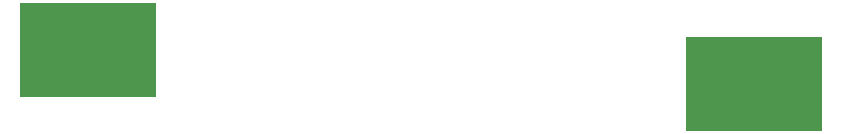
<source format=gtp>
G04 #@! TF.GenerationSoftware,KiCad,Pcbnew,5.1.2-f72e74a~84~ubuntu19.04.1*
G04 #@! TF.CreationDate,2019-06-18T19:15:32+02:00*
G04 #@! TF.ProjectId,SLC_Free_PCB,534c435f-4672-4656-955f-5043422e6b69,rev?*
G04 #@! TF.SameCoordinates,Original*
G04 #@! TF.FileFunction,Paste,Top*
G04 #@! TF.FilePolarity,Positive*
%FSLAX46Y46*%
G04 Gerber Fmt 4.6, Leading zero omitted, Abs format (unit mm)*
G04 Created by KiCad (PCBNEW 5.1.2-f72e74a~84~ubuntu19.04.1) date 2019-06-18 19:15:32*
%MOMM*%
%LPD*%
G04 APERTURE LIST*
%ADD10R,11.500000X8.000000*%
G04 APERTURE END LIST*
D10*
X117690000Y-97410000D03*
X174114300Y-100217200D03*
M02*

</source>
